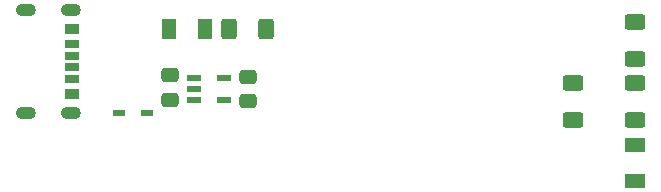
<source format=gbr>
%TF.GenerationSoftware,KiCad,Pcbnew,7.0.8*%
%TF.CreationDate,2024-02-15T14:48:36-07:00*%
%TF.ProjectId,GR-LRR-ESTOP-PCB,47522d4c-5252-42d4-9553-544f502d5043,rev?*%
%TF.SameCoordinates,Original*%
%TF.FileFunction,Paste,Top*%
%TF.FilePolarity,Positive*%
%FSLAX46Y46*%
G04 Gerber Fmt 4.6, Leading zero omitted, Abs format (unit mm)*
G04 Created by KiCad (PCBNEW 7.0.8) date 2024-02-15 14:48:36*
%MOMM*%
%LPD*%
G01*
G04 APERTURE LIST*
G04 Aperture macros list*
%AMRoundRect*
0 Rectangle with rounded corners*
0 $1 Rounding radius*
0 $2 $3 $4 $5 $6 $7 $8 $9 X,Y pos of 4 corners*
0 Add a 4 corners polygon primitive as box body*
4,1,4,$2,$3,$4,$5,$6,$7,$8,$9,$2,$3,0*
0 Add four circle primitives for the rounded corners*
1,1,$1+$1,$2,$3*
1,1,$1+$1,$4,$5*
1,1,$1+$1,$6,$7*
1,1,$1+$1,$8,$9*
0 Add four rect primitives between the rounded corners*
20,1,$1+$1,$2,$3,$4,$5,0*
20,1,$1+$1,$4,$5,$6,$7,0*
20,1,$1+$1,$6,$7,$8,$9,0*
20,1,$1+$1,$8,$9,$2,$3,0*%
G04 Aperture macros list end*
%ADD10R,1.200000X0.600000*%
%ADD11R,1.075000X0.500000*%
%ADD12RoundRect,0.250000X-0.625000X0.400000X-0.625000X-0.400000X0.625000X-0.400000X0.625000X0.400000X0*%
%ADD13R,1.150000X1.800000*%
%ADD14RoundRect,0.250000X0.625000X-0.400000X0.625000X0.400000X-0.625000X0.400000X-0.625000X-0.400000X0*%
%ADD15O,1.701800X1.092200*%
%ADD16R,1.193800X0.711200*%
%ADD17R,1.193800X0.762000*%
%ADD18R,1.193800X0.812800*%
%ADD19RoundRect,0.250000X-0.475000X0.337500X-0.475000X-0.337500X0.475000X-0.337500X0.475000X0.337500X0*%
%ADD20R,1.800000X1.150000*%
%ADD21RoundRect,0.250000X-0.400000X-0.625000X0.400000X-0.625000X0.400000X0.625000X-0.400000X0.625000X0*%
%ADD22RoundRect,0.250000X0.475000X-0.337500X0.475000X0.337500X-0.475000X0.337500X-0.475000X-0.337500X0*%
G04 APERTURE END LIST*
D10*
%TO.C,IC1*%
X67228400Y-71541600D03*
X67228400Y-72491600D03*
X67228400Y-73441600D03*
X69728400Y-73441600D03*
X69728400Y-71541600D03*
%TD*%
D11*
%TO.C,D1*%
X60883800Y-74549000D03*
X63207800Y-74549000D03*
%TD*%
D12*
%TO.C,R1*%
X104521000Y-66851600D03*
X104521000Y-69951600D03*
%TD*%
D13*
%TO.C,LED1*%
X65098800Y-67386200D03*
X68098800Y-67386200D03*
%TD*%
D12*
%TO.C,R2*%
X99314000Y-71983000D03*
X99314000Y-75083000D03*
%TD*%
D14*
%TO.C,R4*%
X104521000Y-72008400D03*
X104521000Y-75108400D03*
%TD*%
D15*
%TO.C,J1*%
X56751601Y-65835048D03*
X56751601Y-74475052D03*
X52951601Y-65835051D03*
X52951601Y-74475049D03*
D16*
X56831601Y-69655051D03*
D17*
X56831601Y-71675050D03*
D18*
X56831601Y-72905050D03*
D16*
X56831601Y-70655049D03*
D17*
X56831601Y-68635050D03*
D18*
X56831601Y-67405050D03*
%TD*%
D19*
%TO.C,C2*%
X71780400Y-73529100D03*
X71780400Y-71454100D03*
%TD*%
D20*
%TO.C,LED2*%
X104521000Y-80240000D03*
X104521000Y-77240000D03*
%TD*%
D21*
%TO.C,R3*%
X73279600Y-67411600D03*
X70179600Y-67411600D03*
%TD*%
D22*
%TO.C,C1*%
X65176400Y-71327100D03*
X65176400Y-73402100D03*
%TD*%
M02*

</source>
